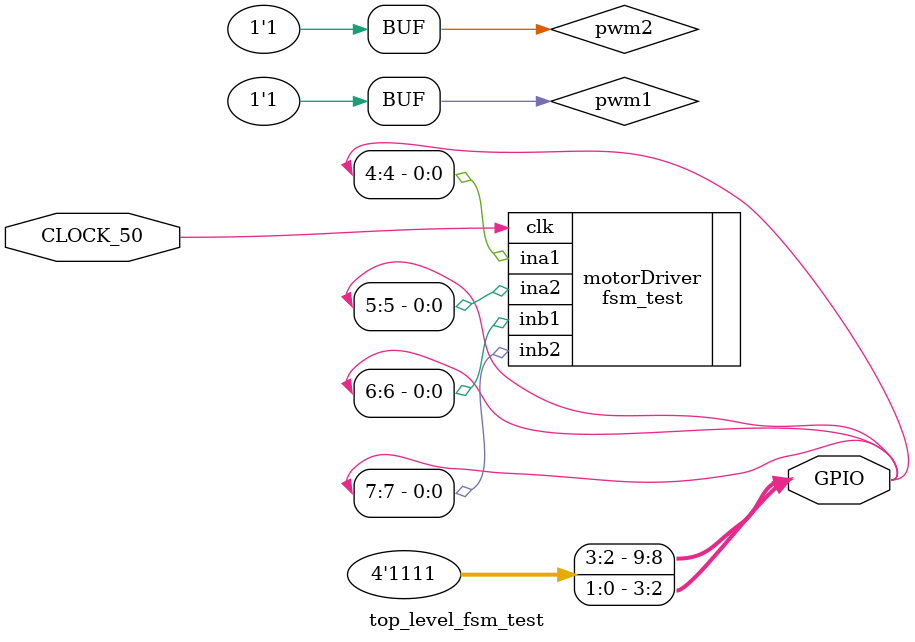
<source format=sv>
module top_level_fsm_test (
    input logic CLOCK_50,
    output logic [9:2] GPIO
);

    assign pwm1 = 1'b1;
	assign pwm2 = 1'b1;

    assign GPIO[2] = 1;
    assign GPIO[3] = 1;
    assign GPIO[8] = pwm1;
    assign GPIO[9] = pwm2;

    fsm_test motorDriver(
            .clk(CLOCK_50),  
            .ina1(GPIO[4]), 
            .inb1(GPIO[6]),
            .ina2(GPIO[5]),
            .inb2(GPIO[7])
        );

endmodule

</source>
